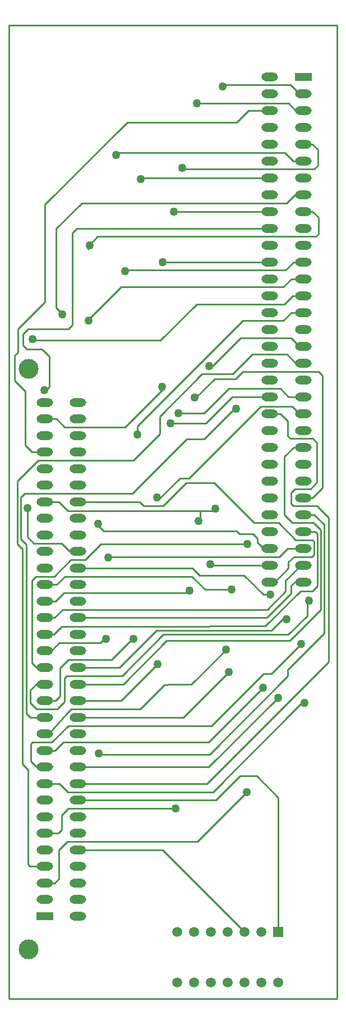
<source format=gbl>
%FSLAX44Y44*%
%MOMM*%
G71*
G01*
G75*
G04 Layer_Physical_Order=2*
G04 Layer_Color=14840927*
%ADD10C,0.2540*%
%ADD11C,1.5000*%
%ADD12R,1.5000X1.5000*%
%ADD13C,3.0000*%
%ADD14O,2.5000X1.3000*%
%ADD15R,2.5000X1.3000*%
%ADD16C,1.2700*%
D10*
X723600Y911560D02*
X731440Y919400D01*
X723600Y902000D02*
Y911560D01*
X703000Y881400D02*
X723600Y902000D01*
X797000Y254400D02*
Y1173800D01*
Y1721200D01*
X301800Y252800D02*
X797200D01*
X301800D02*
Y1721200D01*
X797000D01*
X533700Y477400D02*
X657600Y353500D01*
X406000Y477400D02*
X533700D01*
X356000Y502400D02*
X375920D01*
X391160Y539750D02*
X552958D01*
X739902Y1237000D02*
X746000D01*
X603718Y1206968D02*
X608798D01*
X552704Y1440200D02*
X695200D01*
X723626Y1160800D02*
X746000D01*
X378714Y751840D02*
X391160Y764286D01*
X378714Y709361D02*
Y751840D01*
X371753Y702400D02*
X378714Y709361D01*
X356000Y702400D02*
X371753D01*
X406000Y827400D02*
X690699D01*
X727529Y864230D01*
Y875591D01*
X733338Y881400D01*
X746000D01*
X370332Y827400D02*
X382656Y839724D01*
X356000Y827400D02*
X370332D01*
X603416Y602400D02*
X707644Y706628D01*
X406000Y602400D02*
X603416D01*
X545084Y1120394D02*
X598404D01*
X638810Y1160800D01*
X695200D01*
X722142Y932200D02*
X746000D01*
X406000Y902400D02*
X549848D01*
X685800Y862076D02*
X696214D01*
X356000Y577400D02*
X377698D01*
X500380Y1488883D02*
X502497Y1491000D01*
X695200D01*
X720598Y1452880D02*
X733318Y1465600D01*
X746000D01*
X734568Y1592600D02*
X746000D01*
X723920Y1603248D02*
X734568Y1592600D01*
X585216Y1603248D02*
X723920D01*
X760024Y944880D02*
X762310Y942594D01*
X406000Y1002400D02*
X498994D01*
X393400Y927400D02*
X406000D01*
X381000Y939800D02*
X393400Y927400D01*
X746000Y1440200D02*
X759948D01*
X746000Y1541800D02*
X759948D01*
X777550Y803966D02*
Y967938D01*
X762488Y983000D02*
X777550Y967938D01*
X746000Y983000D02*
X762488D01*
X406000Y752400D02*
X468428D01*
X406000Y727400D02*
X473964D01*
X731520Y1084600D02*
X746000D01*
X406000Y702400D02*
X471006D01*
X525780Y757174D01*
Y1004316D02*
X559562Y1038098D01*
X573786D01*
X681482Y1145794D01*
X729488D01*
X739882Y1135400D01*
X746000D01*
X564878Y677400D02*
X633476Y745998D01*
X406000Y677400D02*
X564878D01*
X535452Y1364000D02*
X695200D01*
Y1135400D02*
X711200D01*
X495808Y1103884D02*
Y1116800D01*
X654342Y1275334D01*
X356000Y1002400D02*
X377074D01*
X390616Y988858D01*
X615366Y989000D02*
X616458Y990092D01*
X386080Y889762D02*
X545108D01*
X373718Y877400D02*
X386080Y889762D01*
X356000Y877400D02*
X373718D01*
X739882Y1618000D02*
X746000D01*
X604467Y814324D02*
X604848Y814705D01*
X381000Y814324D02*
X604467D01*
X369076Y802400D02*
X381000Y814324D01*
X356000Y802400D02*
X369076D01*
X746000Y1008400D02*
X759460D01*
X377444Y789686D02*
X439674D01*
X365158Y777400D02*
X377444Y789686D01*
X356000Y777400D02*
X365158D01*
X342900Y752400D02*
X356000D01*
X385572Y701040D02*
Y736600D01*
X342900Y727400D02*
X356000D01*
Y652400D02*
X361950D01*
X389636Y683768D01*
X342900Y602400D02*
X356000D01*
X314198Y1033780D02*
X345440Y1065022D01*
X489966D01*
X593251Y1195070D02*
X639318D01*
X734060Y1211600D02*
X746000D01*
X356000Y427400D02*
X370840D01*
X377190Y433750D01*
Y477520D01*
X731600Y1364000D02*
X746000D01*
X420182Y1275400D02*
X421800D01*
X372872Y1414472D02*
X411280Y1452880D01*
X720598D01*
X397400Y1269128D02*
Y1408000D01*
X404200Y1414800D01*
X695200D01*
X420700Y1383500D02*
Y1387500D01*
X435534Y1402334D01*
X717600Y982422D02*
Y1070680D01*
X731520Y1084600D01*
X766506Y996000D02*
X783844Y978662D01*
X727600Y999400D02*
X731000Y996000D01*
X766506D01*
X727600Y999400D02*
Y1016000D01*
X733442Y1021842D01*
X756920D01*
X711200Y1135400D02*
X722800Y1123800D01*
Y1101600D02*
Y1123800D01*
Y1101600D02*
X726800Y1097600D01*
X759460Y1008400D02*
X774800Y1023740D01*
X756920Y1021842D02*
X766800Y1031722D01*
X726800Y1097600D02*
X760200D01*
X766800Y1091000D01*
Y1031722D02*
Y1091000D01*
X372872Y1294928D02*
Y1414472D01*
Y1294928D02*
X383400Y1284400D01*
X391072Y1262800D02*
X397400Y1269128D01*
X337000Y1243200D02*
Y1247600D01*
X335600Y1245600D02*
X530082D01*
X362400Y1175454D02*
Y1221600D01*
X354838Y1167892D02*
X362400Y1175454D01*
X323200Y1238000D02*
Y1255400D01*
X330600Y1262800D01*
X391072D01*
X323200Y1238000D02*
X328600Y1232600D01*
X351400D01*
X362400Y1221600D01*
X476952Y1115000D02*
X535178Y1173226D01*
X356000Y1303400D02*
Y1450800D01*
X334000Y718500D02*
X342900Y727400D01*
X334000Y698800D02*
Y718500D01*
X333600Y677400D02*
X356000D01*
X334000Y698800D02*
X343000Y689800D01*
X374332D01*
X385572Y701040D01*
Y736600D02*
X388972Y740000D01*
X389636Y683768D02*
X395868Y690000D01*
X334400Y610900D02*
X342900Y602400D01*
X334400Y610900D02*
Y637000D01*
X356000Y627400D02*
X371000D01*
X383600Y640000D01*
X603170D01*
X684784Y721614D01*
X391160Y764286D02*
X456286D01*
X489400Y797400D01*
Y800100D01*
X525400Y1004696D02*
X525780Y1004316D01*
X525400Y1004696D02*
Y1009000D01*
X498994Y1002400D02*
X504794Y996600D01*
X534574D01*
X416560Y914908D02*
X440252Y938600D01*
X375920Y502400D02*
X380800Y507280D01*
Y529390D01*
X391160Y539750D01*
X377190Y477520D02*
X389270Y489600D01*
X585866D01*
X377698Y577400D02*
X390298Y564800D01*
X434400Y620600D02*
X436800Y623000D01*
X437200D01*
X333200Y452400D02*
X356000D01*
X330200Y455400D02*
X333200Y452400D01*
X330200Y455400D02*
Y598400D01*
X406000Y577400D02*
X600600D01*
X783844Y760644D01*
Y978662D01*
X722800Y749216D02*
X777550Y803966D01*
X435338Y621538D02*
X604338D01*
X722800Y740000D01*
Y749216D01*
X541004Y726404D02*
X541200Y726600D01*
X742600Y906800D02*
X746000D01*
X719400Y883600D02*
X742600Y906800D01*
X695200Y881400D02*
X703000D01*
X731440Y919400D02*
X759200D01*
X762310Y922510D01*
Y942594D01*
X447800Y919600D02*
X709542D01*
X722142Y932200D01*
X685800D02*
X695200D01*
X588600Y989000D02*
X615366D01*
X590200Y971400D02*
Y988000D01*
X591058Y988858D01*
X390616D02*
X591058D01*
X534574Y996600D02*
X568774Y1030800D01*
X611400D01*
X390298Y564800D02*
X609600D01*
X734156Y689356D01*
X734556D01*
X406000Y552400D02*
X614400D01*
X650600Y588600D01*
X675600D01*
X708400Y555800D01*
Y353500D02*
Y555800D01*
X607400Y908200D02*
X608800Y906800D01*
X695200D01*
X656476Y891400D02*
X685800Y862076D01*
X572070Y864870D02*
X576000Y868800D01*
X545108Y889762D02*
X545146Y889800D01*
X549848Y902400D02*
X549848Y902400D01*
X545146Y889800D02*
X577600D01*
X597704Y869696D01*
X639400D01*
X549848Y902400D02*
X578200D01*
X589200Y891400D01*
X656476D01*
X660200Y564200D02*
X660466D01*
X585866Y489600D02*
X660466Y564200D01*
X328200Y682800D02*
X333600Y677400D01*
X321600Y607000D02*
X330200Y598400D01*
X314198Y938402D02*
Y1033780D01*
Y938402D02*
X321600Y931000D01*
Y607000D02*
Y931000D01*
X329438Y949562D02*
Y992886D01*
Y949562D02*
X339200Y939800D01*
X381000D01*
X319278Y946522D02*
X328200Y937600D01*
Y682800D02*
Y937600D01*
X319278Y946522D02*
Y1008678D01*
X325584Y1014984D01*
X336200Y1077400D02*
X356000D01*
X309800Y1185400D02*
X326000Y1169200D01*
Y1087600D02*
Y1169200D01*
Y1087600D02*
X336200Y1077400D01*
X334400Y637000D02*
X337000Y639600D01*
X366296D01*
X431444Y971956D02*
X445058Y958342D01*
X645160D01*
X489966Y1065022D02*
X529200Y1104256D01*
Y1131019D01*
X593251Y1195070D01*
X614750Y991800D02*
X616458Y990092D01*
X613400Y991800D02*
X614750D01*
X751840Y830440D02*
Y859028D01*
X772470Y839470D02*
Y959556D01*
X717804Y828294D02*
X720600Y825498D01*
Y825000D02*
Y825498D01*
X751840Y859028D02*
X755468Y855400D01*
X755600D01*
X759450Y867400D02*
X767390Y875340D01*
X382656Y839724D02*
X691924D01*
X719400Y867200D01*
Y883600D01*
X755000Y854800D02*
X755600Y855400D01*
X755000Y852800D02*
Y854800D01*
X677000Y941000D02*
X685800Y932200D01*
X440252Y938600D02*
X657000D01*
X645160Y958342D02*
X649502Y954000D01*
X670000D01*
X677000Y941000D02*
Y946800D01*
X669900Y953900D02*
X677000Y946800D01*
X669900Y953900D02*
X670000Y954000D01*
X611400Y1030800D02*
X671600Y970600D01*
X717600Y982422D02*
X729222Y970800D01*
X761226D01*
X772470Y959556D01*
X746000Y957600D02*
X764000D01*
X767390Y954210D01*
Y875340D02*
Y954210D01*
X671600Y970600D02*
X708600D01*
X734320Y944880D01*
X760024D01*
X734556Y689356D02*
X744000Y698800D01*
X541200Y726600D02*
X577000D01*
X632590Y782190D01*
X723400Y802000D02*
X751840Y830440D01*
X468428Y752400D02*
X524028Y808000D01*
X697510D01*
X717804Y828294D01*
X604848Y814705D02*
X688905D01*
X741600Y867400D01*
X759450D01*
X644400Y1142800D02*
X646122D01*
X647922Y1144600D01*
X711026Y1173400D02*
X723626Y1160800D01*
X581787Y1157859D02*
X582023Y1157623D01*
X612358Y1187958D01*
X643558D01*
X654400Y1198800D01*
X768800D01*
X774800Y1192800D01*
Y1023740D02*
Y1192800D01*
X639318Y1195070D02*
X668848Y1224600D01*
X721400D01*
X735500Y1210500D01*
X608798Y1206968D02*
X651430Y1249600D01*
X727302D01*
X739902Y1237000D01*
X654342Y1275334D02*
X715734D01*
X728200Y1287800D01*
X746000D01*
X530082Y1245600D02*
X584882Y1300400D01*
X717200D01*
X730000Y1313200D01*
X746000D01*
X420182Y1275400D02*
X470982Y1326200D01*
X715800D01*
X728200Y1338600D01*
X746000D01*
X476504Y1349756D02*
X478548Y1351800D01*
X719400D01*
X731600Y1364000D01*
X759948Y1440200D02*
X768800Y1431348D01*
X435534Y1402334D02*
X764734D01*
X768800Y1406400D01*
Y1431348D01*
X562864Y1505712D02*
X563976Y1504600D01*
X759948Y1541800D02*
X768200Y1533548D01*
X563976Y1504600D02*
X762800D01*
X768200Y1510000D01*
Y1533548D01*
X463042Y1525778D02*
X466464Y1529200D01*
X718400D01*
X731200Y1516400D01*
X746000D01*
X624233Y1628648D02*
X626585Y1631000D01*
X726882D01*
X739882Y1618000D01*
X336000Y759300D02*
X342900Y752400D01*
X336000Y759300D02*
Y883600D01*
X342200Y889800D01*
X370000D01*
X395108Y914908D01*
X416560D01*
X356000Y852400D02*
X372000D01*
X384470Y864870D01*
X572070D01*
X356000Y1127400D02*
X373400D01*
X385800Y1115000D01*
X476952D01*
X309800Y1185400D02*
Y1222200D01*
X315400Y1227800D01*
Y1262800D01*
X356000Y1303400D01*
X445388Y795400D02*
X448400D01*
X439674Y789686D02*
X445388Y795400D01*
X366296Y639600D02*
X391096Y664400D01*
X607127D01*
X395868Y690000D02*
X499600D01*
X536004Y726404D01*
X541004D01*
X388972Y740000D02*
X472800D01*
X534800Y802000D01*
X723400D01*
X473964Y727400D02*
X539764Y793200D01*
X726200D01*
X772470Y839470D01*
X607127Y664400D02*
X686127Y743400D01*
X698188D01*
X742442Y787654D01*
X557022Y1136038D02*
X596038D01*
X633400Y1173400D01*
X711026D01*
X643400Y1144600D02*
X647922D01*
X596000Y1097200D02*
X643400Y1144600D01*
X570400Y1097200D02*
X596000D01*
X488184Y1014984D02*
X570400Y1097200D01*
X325584Y1014984D02*
X488184D01*
X532804Y1175600D02*
X535178Y1173226D01*
X532400Y1175600D02*
X532804D01*
X663200Y1592600D02*
X695200D01*
X645400Y1574800D02*
X663200Y1592600D01*
X480000Y1574800D02*
X645400D01*
X356000Y1450800D02*
X480000Y1574800D01*
D11*
X556000Y277300D02*
D03*
X581400D02*
D03*
X606800D02*
D03*
X632200D02*
D03*
X657600D02*
D03*
X683000D02*
D03*
X708400D02*
D03*
X556000Y353500D02*
D03*
X581400D02*
D03*
X606800D02*
D03*
X632200D02*
D03*
X657600D02*
D03*
X683000D02*
D03*
D12*
X708400D02*
D03*
D13*
X331000Y327400D02*
D03*
Y1202400D02*
D03*
D14*
X356000Y1152400D02*
D03*
Y1127400D02*
D03*
Y1102400D02*
D03*
Y1077400D02*
D03*
Y1052400D02*
D03*
Y1027400D02*
D03*
Y1002400D02*
D03*
Y977400D02*
D03*
Y952400D02*
D03*
Y927400D02*
D03*
Y902400D02*
D03*
Y877400D02*
D03*
Y852400D02*
D03*
Y827400D02*
D03*
Y802400D02*
D03*
Y777400D02*
D03*
Y752400D02*
D03*
Y727400D02*
D03*
Y702400D02*
D03*
Y677400D02*
D03*
Y652400D02*
D03*
Y627400D02*
D03*
Y602400D02*
D03*
Y577400D02*
D03*
Y552400D02*
D03*
Y527400D02*
D03*
Y502400D02*
D03*
Y477400D02*
D03*
Y452400D02*
D03*
Y427400D02*
D03*
Y402400D02*
D03*
X406000Y1152400D02*
D03*
Y1127400D02*
D03*
Y1102400D02*
D03*
Y1077400D02*
D03*
Y1052400D02*
D03*
Y1027400D02*
D03*
Y1002400D02*
D03*
Y977400D02*
D03*
Y952400D02*
D03*
Y927400D02*
D03*
Y902400D02*
D03*
Y877400D02*
D03*
Y852400D02*
D03*
Y827400D02*
D03*
Y802400D02*
D03*
Y777400D02*
D03*
Y752400D02*
D03*
Y727400D02*
D03*
Y702400D02*
D03*
Y677400D02*
D03*
Y652400D02*
D03*
Y627400D02*
D03*
Y602400D02*
D03*
Y577400D02*
D03*
Y552400D02*
D03*
Y527400D02*
D03*
Y502400D02*
D03*
Y477400D02*
D03*
Y452400D02*
D03*
Y427400D02*
D03*
Y402400D02*
D03*
Y377400D02*
D03*
X746000Y881400D02*
D03*
Y906800D02*
D03*
Y932200D02*
D03*
Y957600D02*
D03*
Y983000D02*
D03*
Y1008400D02*
D03*
Y1033800D02*
D03*
Y1059200D02*
D03*
Y1084600D02*
D03*
Y1110000D02*
D03*
Y1135400D02*
D03*
Y1160800D02*
D03*
Y1186200D02*
D03*
Y1211600D02*
D03*
Y1237000D02*
D03*
Y1262400D02*
D03*
Y1287800D02*
D03*
Y1313200D02*
D03*
Y1338600D02*
D03*
Y1364000D02*
D03*
Y1389400D02*
D03*
Y1414800D02*
D03*
Y1440200D02*
D03*
Y1465600D02*
D03*
Y1491000D02*
D03*
Y1516400D02*
D03*
Y1541800D02*
D03*
Y1567200D02*
D03*
Y1592600D02*
D03*
Y1618000D02*
D03*
X695200Y881400D02*
D03*
Y906800D02*
D03*
Y932200D02*
D03*
Y957600D02*
D03*
Y983000D02*
D03*
Y1008400D02*
D03*
Y1033800D02*
D03*
Y1059200D02*
D03*
Y1084600D02*
D03*
Y1110000D02*
D03*
Y1135400D02*
D03*
Y1160800D02*
D03*
Y1186200D02*
D03*
Y1211600D02*
D03*
Y1237000D02*
D03*
Y1262400D02*
D03*
Y1287800D02*
D03*
Y1313200D02*
D03*
Y1338600D02*
D03*
Y1364000D02*
D03*
Y1389400D02*
D03*
Y1414800D02*
D03*
Y1440200D02*
D03*
Y1465600D02*
D03*
Y1491000D02*
D03*
Y1516400D02*
D03*
Y1541800D02*
D03*
Y1567200D02*
D03*
Y1592600D02*
D03*
Y1618000D02*
D03*
Y1643400D02*
D03*
D15*
X356000Y377400D02*
D03*
X746000Y1643400D02*
D03*
D16*
X552958Y539750D02*
D03*
X603718Y1206968D02*
D03*
X550704Y1440200D02*
D03*
X557022Y1136038D02*
D03*
X707644Y706628D02*
D03*
X545084Y1120394D02*
D03*
X696214Y862076D02*
D03*
X500380Y1488883D02*
D03*
X585216Y1603248D02*
D03*
X329438Y992886D02*
D03*
X562864Y1505712D02*
D03*
X525780Y757174D02*
D03*
X633476Y745998D02*
D03*
X533252Y1364000D02*
D03*
X495808Y1103884D02*
D03*
X354838Y1170692D02*
D03*
X463042Y1525778D02*
D03*
X624233Y1628648D02*
D03*
X581787Y1159659D02*
D03*
X684784Y721614D02*
D03*
X742442Y787654D02*
D03*
X476504Y1349756D02*
D03*
X421800Y1275400D02*
D03*
X423200Y1389200D02*
D03*
X382000Y1284600D02*
D03*
X337000Y1247600D02*
D03*
X489400Y795800D02*
D03*
X525400Y1009000D02*
D03*
X437200Y623000D02*
D03*
X587600Y973000D02*
D03*
X605600Y908400D02*
D03*
X574000Y868800D02*
D03*
X660200Y564200D02*
D03*
X451600Y918200D02*
D03*
X436200Y969200D02*
D03*
X637800Y870400D02*
D03*
X613400Y991800D02*
D03*
X720600Y825000D02*
D03*
X755000Y852800D02*
D03*
X661200Y939000D02*
D03*
X747600Y699400D02*
D03*
X629400Y779400D02*
D03*
X644400Y1142800D02*
D03*
X448400Y795400D02*
D03*
X532400Y1175600D02*
D03*
M02*

</source>
